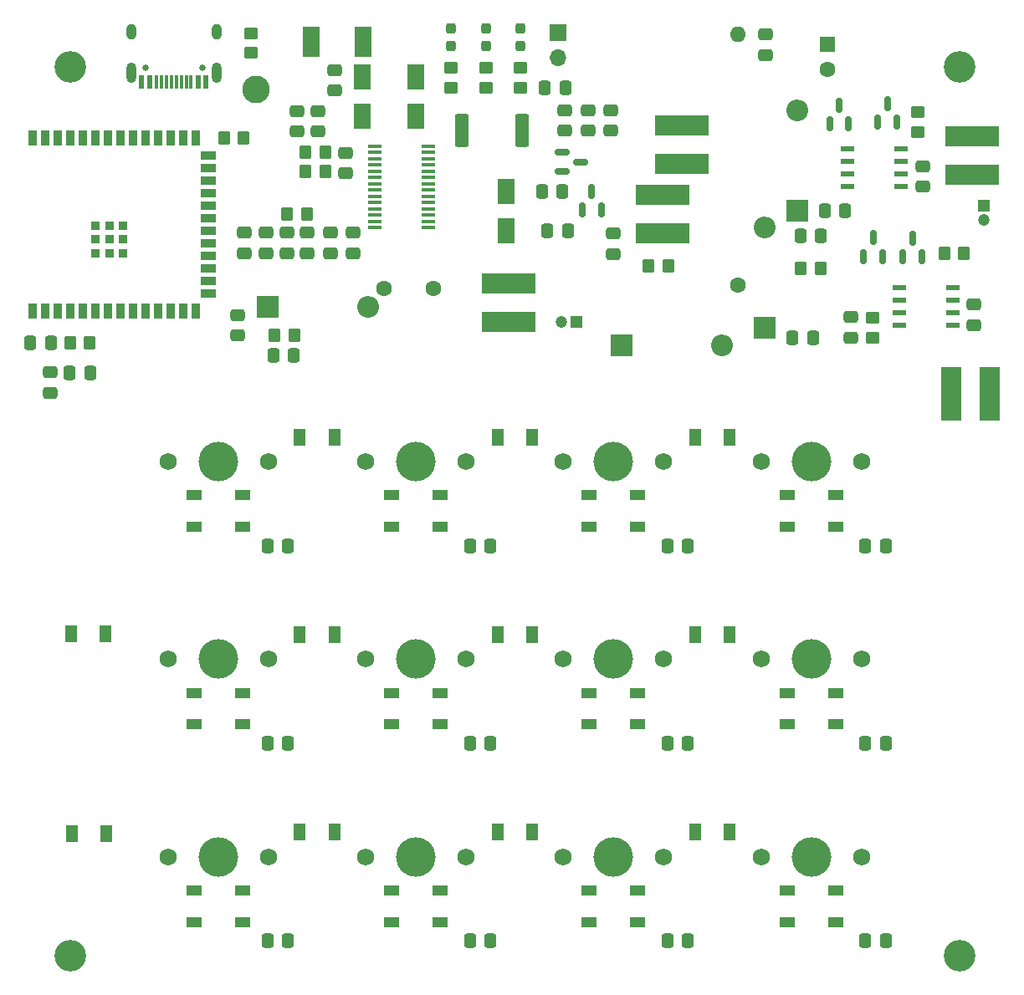
<source format=gbr>
%TF.GenerationSoftware,KiCad,Pcbnew,(6.0.0)*%
%TF.CreationDate,2022-04-12T23:44:40+02:00*%
%TF.ProjectId,keyboard_v1.0,6b657962-6f61-4726-945f-76312e302e6b,rev?*%
%TF.SameCoordinates,Original*%
%TF.FileFunction,Soldermask,Top*%
%TF.FilePolarity,Negative*%
%FSLAX46Y46*%
G04 Gerber Fmt 4.6, Leading zero omitted, Abs format (unit mm)*
G04 Created by KiCad (PCBNEW (6.0.0)) date 2022-04-12 23:44:40*
%MOMM*%
%LPD*%
G01*
G04 APERTURE LIST*
G04 Aperture macros list*
%AMRoundRect*
0 Rectangle with rounded corners*
0 $1 Rounding radius*
0 $2 $3 $4 $5 $6 $7 $8 $9 X,Y pos of 4 corners*
0 Add a 4 corners polygon primitive as box body*
4,1,4,$2,$3,$4,$5,$6,$7,$8,$9,$2,$3,0*
0 Add four circle primitives for the rounded corners*
1,1,$1+$1,$2,$3*
1,1,$1+$1,$4,$5*
1,1,$1+$1,$6,$7*
1,1,$1+$1,$8,$9*
0 Add four rect primitives between the rounded corners*
20,1,$1+$1,$2,$3,$4,$5,0*
20,1,$1+$1,$4,$5,$6,$7,0*
20,1,$1+$1,$6,$7,$8,$9,0*
20,1,$1+$1,$8,$9,$2,$3,0*%
G04 Aperture macros list end*
%ADD10C,3.200000*%
%ADD11RoundRect,0.250000X0.475000X-0.337500X0.475000X0.337500X-0.475000X0.337500X-0.475000X-0.337500X0*%
%ADD12R,1.500000X1.000000*%
%ADD13C,4.000000*%
%ADD14C,1.750000*%
%ADD15RoundRect,0.250000X-0.337500X-0.475000X0.337500X-0.475000X0.337500X0.475000X-0.337500X0.475000X0*%
%ADD16RoundRect,0.250000X0.350000X0.450000X-0.350000X0.450000X-0.350000X-0.450000X0.350000X-0.450000X0*%
%ADD17RoundRect,0.250000X-0.475000X0.337500X-0.475000X-0.337500X0.475000X-0.337500X0.475000X0.337500X0*%
%ADD18R,1.300000X1.700000*%
%ADD19RoundRect,0.250000X0.337500X0.475000X-0.337500X0.475000X-0.337500X-0.475000X0.337500X-0.475000X0*%
%ADD20C,0.650000*%
%ADD21R,0.600000X1.450000*%
%ADD22R,0.300000X1.450000*%
%ADD23O,1.000000X2.100000*%
%ADD24O,1.000000X1.600000*%
%ADD25R,2.150000X5.500000*%
%ADD26R,1.800000X2.500000*%
%ADD27RoundRect,0.250000X-0.350000X-0.450000X0.350000X-0.450000X0.350000X0.450000X-0.350000X0.450000X0*%
%ADD28RoundRect,0.150000X0.150000X-0.587500X0.150000X0.587500X-0.150000X0.587500X-0.150000X-0.587500X0*%
%ADD29RoundRect,0.250000X0.450000X-0.350000X0.450000X0.350000X-0.450000X0.350000X-0.450000X-0.350000X0*%
%ADD30R,0.900000X1.500000*%
%ADD31R,1.500000X0.900000*%
%ADD32C,0.600000*%
%ADD33R,0.900000X0.900000*%
%ADD34R,1.700000X1.700000*%
%ADD35O,1.700000X1.700000*%
%ADD36C,1.600000*%
%ADD37R,1.200000X1.200000*%
%ADD38C,1.200000*%
%ADD39RoundRect,0.250000X-0.450000X0.350000X-0.450000X-0.350000X0.450000X-0.350000X0.450000X0.350000X0*%
%ADD40RoundRect,0.237500X-0.237500X0.287500X-0.237500X-0.287500X0.237500X-0.287500X0.237500X0.287500X0*%
%ADD41R,2.200000X2.200000*%
%ADD42O,2.200000X2.200000*%
%ADD43C,2.800000*%
%ADD44R,1.460500X0.533400*%
%ADD45RoundRect,0.249999X-0.450001X-1.425001X0.450001X-1.425001X0.450001X1.425001X-0.450001X1.425001X0*%
%ADD46R,1.460500X0.355600*%
%ADD47R,5.500000X2.150000*%
%ADD48O,1.600000X1.600000*%
%ADD49R,1.600000X1.600000*%
%ADD50RoundRect,0.150000X-0.587500X-0.150000X0.587500X-0.150000X0.587500X0.150000X-0.587500X0.150000X0*%
%ADD51R,1.780000X3.150000*%
G04 APERTURE END LIST*
D10*
%TO.C,M3*%
X45000000Y-35000000D03*
%TD*%
%TO.C,M3*%
X45000000Y-125000000D03*
%TD*%
%TO.C,M3*%
X135000000Y-35000000D03*
%TD*%
%TO.C,M3*%
X135000000Y-125000000D03*
%TD*%
D11*
%TO.C,C38*%
X97467000Y-41472500D03*
X97467000Y-39397500D03*
%TD*%
D12*
%TO.C,D24*%
X102450000Y-121600000D03*
X102450000Y-118400000D03*
X97550000Y-118400000D03*
X97550000Y-121600000D03*
%TD*%
D13*
%TO.C,SW3*%
X60000000Y-115000000D03*
D14*
X54920000Y-115000000D03*
X65080000Y-115000000D03*
%TD*%
D15*
%TO.C,C1*%
X67037500Y-83500000D03*
X64962500Y-83500000D03*
%TD*%
D11*
%TO.C,C37*%
X95063000Y-41472500D03*
X95063000Y-39397500D03*
%TD*%
D15*
%TO.C,C11*%
X127537500Y-83500000D03*
X125462500Y-83500000D03*
%TD*%
D16*
%TO.C,R6*%
X68979000Y-49961000D03*
X66979000Y-49961000D03*
%TD*%
D17*
%TO.C,C22*%
X67981000Y-39479500D03*
X67981000Y-41554500D03*
%TD*%
D18*
%TO.C,D11*%
X111750000Y-92500000D03*
X108250000Y-92500000D03*
%TD*%
D15*
%TO.C,C7*%
X105462500Y-83500000D03*
X107537500Y-83500000D03*
%TD*%
D11*
%TO.C,C41*%
X136473000Y-61148500D03*
X136473000Y-59073500D03*
%TD*%
D19*
%TO.C,C3*%
X67037500Y-103500000D03*
X64962500Y-103500000D03*
%TD*%
D18*
%TO.C,D2*%
X48584000Y-92431000D03*
X45084000Y-92431000D03*
%TD*%
D15*
%TO.C,C33*%
X92747500Y-47599000D03*
X94822500Y-47599000D03*
%TD*%
D19*
%TO.C,C43*%
X120965500Y-52102000D03*
X118890500Y-52102000D03*
%TD*%
D20*
%TO.C,P1*%
X58390000Y-35100000D03*
X52610000Y-35100000D03*
D21*
X58750000Y-36545000D03*
X57950000Y-36545000D03*
D22*
X56750000Y-36545000D03*
X55750000Y-36545000D03*
X55250000Y-36545000D03*
X54250000Y-36545000D03*
D21*
X53050000Y-36545000D03*
X52250000Y-36545000D03*
X52250000Y-36545000D03*
X53050000Y-36545000D03*
D22*
X53750000Y-36545000D03*
X54750000Y-36545000D03*
X56250000Y-36545000D03*
X57250000Y-36545000D03*
D21*
X57950000Y-36545000D03*
X58750000Y-36545000D03*
D23*
X51180000Y-35630000D03*
D24*
X51180000Y-31450000D03*
X59820000Y-31450000D03*
D23*
X59820000Y-35630000D03*
%TD*%
D25*
%TO.C,L3*%
X138026000Y-68100000D03*
X134176000Y-68100000D03*
%TD*%
D12*
%TO.C,D21*%
X82450000Y-121600000D03*
X82450000Y-118400000D03*
X77550000Y-118400000D03*
X77550000Y-121600000D03*
%TD*%
D18*
%TO.C,D8*%
X88250000Y-92500000D03*
X91750000Y-92500000D03*
%TD*%
D26*
%TO.C,D13*%
X74604000Y-40000000D03*
X74604000Y-36000000D03*
%TD*%
D12*
%TO.C,D28*%
X122450000Y-121600000D03*
X122450000Y-118400000D03*
X117550000Y-118400000D03*
X117550000Y-121600000D03*
%TD*%
D27*
%TO.C,R32*%
X133469000Y-53889000D03*
X135469000Y-53889000D03*
%TD*%
D28*
%TO.C,Q4*%
X96853000Y-49484500D03*
X98753000Y-49484500D03*
X97803000Y-47609500D03*
%TD*%
D11*
%TO.C,C46*%
X131334000Y-47144350D03*
X131334000Y-45069350D03*
%TD*%
D29*
%TO.C,R10*%
X87081000Y-37118000D03*
X87081000Y-35118000D03*
%TD*%
D19*
%TO.C,C21*%
X47037500Y-66000000D03*
X44962500Y-66000000D03*
%TD*%
D12*
%TO.C,D22*%
X102450000Y-81600000D03*
X102450000Y-78400000D03*
X97550000Y-78400000D03*
X97550000Y-81600000D03*
%TD*%
D14*
%TO.C,SW1*%
X65080000Y-75000000D03*
X54920000Y-75000000D03*
D13*
X60000000Y-75000000D03*
%TD*%
D12*
%TO.C,D27*%
X117550000Y-98400000D03*
X117550000Y-101600000D03*
X122450000Y-101600000D03*
X122450000Y-98400000D03*
%TD*%
D18*
%TO.C,D7*%
X88250000Y-72500000D03*
X91750000Y-72500000D03*
%TD*%
D13*
%TO.C,SW8*%
X100000000Y-95000000D03*
D14*
X94920000Y-95000000D03*
X105080000Y-95000000D03*
%TD*%
D11*
%TO.C,C39*%
X99725000Y-41472500D03*
X99725000Y-39397500D03*
%TD*%
D17*
%TO.C,C27*%
X68969000Y-51821500D03*
X68969000Y-53896500D03*
%TD*%
D13*
%TO.C,SW6*%
X80000000Y-115000000D03*
D14*
X74920000Y-115000000D03*
X85080000Y-115000000D03*
%TD*%
D17*
%TO.C,C29*%
X71344000Y-51821500D03*
X71344000Y-53896500D03*
%TD*%
D19*
%TO.C,C10*%
X107537500Y-103500000D03*
X105462500Y-103500000D03*
%TD*%
D30*
%TO.C,ESP32*%
X41240000Y-59750000D03*
X42510000Y-59750000D03*
X43780000Y-59750000D03*
X45050000Y-59750000D03*
X46320000Y-59750000D03*
X47590000Y-59750000D03*
X48860000Y-59750000D03*
X50130000Y-59750000D03*
X51400000Y-59750000D03*
X52670000Y-59750000D03*
X53940000Y-59750000D03*
X55210000Y-59750000D03*
X56480000Y-59750000D03*
X57750000Y-59750000D03*
D31*
X59000000Y-57985000D03*
X59000000Y-56715000D03*
X59000000Y-55450000D03*
X59000000Y-54175000D03*
X59000000Y-52905000D03*
X59000000Y-51635000D03*
X59000000Y-50365000D03*
X59000000Y-49095000D03*
X59000000Y-47825000D03*
X59000000Y-46555000D03*
X59000000Y-45285000D03*
X59000000Y-44015000D03*
D30*
X57750000Y-42250000D03*
X56480000Y-42250000D03*
X55210000Y-42250000D03*
X53940000Y-42250000D03*
X52670000Y-42250000D03*
X51400000Y-42250000D03*
X50130000Y-42250000D03*
X48860000Y-42250000D03*
X47590000Y-42250000D03*
X46320000Y-42250000D03*
X45050000Y-42250000D03*
X43780000Y-42250000D03*
X42510000Y-42250000D03*
X41240000Y-42250000D03*
D32*
X47560000Y-52500000D03*
D33*
X48960000Y-51100000D03*
X48960000Y-53900000D03*
D32*
X47560000Y-51100000D03*
D33*
X50365000Y-53900000D03*
D32*
X48960000Y-51100000D03*
X50360000Y-52500000D03*
X50360000Y-53900000D03*
D33*
X48960000Y-52500000D03*
X47560000Y-53900000D03*
X50360000Y-52500000D03*
D32*
X50360000Y-51100000D03*
D33*
X47560000Y-51100000D03*
X50360000Y-51100000D03*
D32*
X48960000Y-52500000D03*
D33*
X47560000Y-52500000D03*
D32*
X47560000Y-53900000D03*
X48960000Y-53900000D03*
%TD*%
D14*
%TO.C,SW12*%
X114920000Y-115000000D03*
D13*
X120000000Y-115000000D03*
D14*
X125080000Y-115000000D03*
%TD*%
D27*
%TO.C,R8*%
X68804250Y-45634000D03*
X70804250Y-45634000D03*
%TD*%
D34*
%TO.C,BT1*%
X94420000Y-31543000D03*
D35*
X94420000Y-34083000D03*
%TD*%
D36*
%TO.C,TH1*%
X76735000Y-57485000D03*
X81735000Y-57485000D03*
%TD*%
D17*
%TO.C,C42*%
X124029000Y-60363500D03*
X124029000Y-62438500D03*
%TD*%
D37*
%TO.C,C44*%
X137510000Y-49035401D03*
D38*
X137510000Y-50535401D03*
%TD*%
D28*
%TO.C,Q2*%
X126747000Y-40589350D03*
X128647000Y-40589350D03*
X127697000Y-38714350D03*
%TD*%
D13*
%TO.C,SW7*%
X100000000Y-75000000D03*
D14*
X94920000Y-75000000D03*
X105080000Y-75000000D03*
%TD*%
D39*
%TO.C,R4*%
X63268000Y-31622000D03*
X63268000Y-33622000D03*
%TD*%
D17*
%TO.C,C26*%
X64798000Y-51821500D03*
X64798000Y-53896500D03*
%TD*%
D13*
%TO.C,SW5*%
X80000000Y-95000000D03*
D14*
X74920000Y-95000000D03*
X85080000Y-95000000D03*
%TD*%
D16*
%TO.C,R31*%
X120928000Y-55424000D03*
X118928000Y-55424000D03*
%TD*%
D12*
%TO.C,D26*%
X122450000Y-81600000D03*
X122450000Y-78400000D03*
X117550000Y-78400000D03*
X117550000Y-81600000D03*
%TD*%
%TO.C,D23*%
X97550000Y-98400000D03*
X97550000Y-101600000D03*
X102450000Y-101600000D03*
X102450000Y-98400000D03*
%TD*%
D39*
%TO.C,R30*%
X126231000Y-60431000D03*
X126231000Y-62431000D03*
%TD*%
D40*
%TO.C,D37*%
X87081000Y-31152000D03*
X87081000Y-32902000D03*
%TD*%
D12*
%TO.C,D19*%
X82450000Y-81600000D03*
X82450000Y-78400000D03*
X77550000Y-78400000D03*
X77550000Y-81600000D03*
%TD*%
D40*
%TO.C,D36*%
X83581000Y-31152000D03*
X83581000Y-32902000D03*
%TD*%
D41*
%TO.C,D40*%
X115251000Y-61440000D03*
D42*
X115251000Y-51280000D03*
%TD*%
D13*
%TO.C,SW9*%
X100000000Y-115000000D03*
D14*
X94920000Y-115000000D03*
X105080000Y-115000000D03*
%TD*%
D41*
%TO.C,D42*%
X118570000Y-49571850D03*
D42*
X118570000Y-39411850D03*
%TD*%
D43*
%TO.C,TP1*%
X63841000Y-37276000D03*
%TD*%
D28*
%TO.C,Q1*%
X125324000Y-54203500D03*
X127224000Y-54203500D03*
X126274000Y-52328500D03*
%TD*%
D14*
%TO.C,SW2*%
X54920000Y-95000000D03*
D13*
X60000000Y-95000000D03*
D14*
X65080000Y-95000000D03*
%TD*%
D18*
%TO.C,D4*%
X68250000Y-72500000D03*
X71750000Y-72500000D03*
%TD*%
D14*
%TO.C,SW4*%
X85080000Y-75000000D03*
D13*
X80000000Y-75000000D03*
D14*
X74920000Y-75000000D03*
%TD*%
D18*
%TO.C,D5*%
X68250000Y-92500000D03*
X71750000Y-92500000D03*
%TD*%
D12*
%TO.C,D17*%
X57550000Y-98400000D03*
X57550000Y-101600000D03*
X62450000Y-101600000D03*
X62450000Y-98400000D03*
%TD*%
D18*
%TO.C,D6*%
X68250000Y-112500000D03*
X71750000Y-112500000D03*
%TD*%
D40*
%TO.C,D38*%
X90581000Y-31152000D03*
X90581000Y-32902000D03*
%TD*%
D27*
%TO.C,R1*%
X60581000Y-42228000D03*
X62581000Y-42228000D03*
%TD*%
D44*
%TO.C,U2*%
X128918850Y-57376000D03*
X128918850Y-58646000D03*
X128918850Y-59916000D03*
X128918850Y-61186000D03*
X134367150Y-61186000D03*
X134367150Y-59916000D03*
X134367150Y-58646000D03*
X134367150Y-57376000D03*
%TD*%
D17*
%TO.C,C23*%
X62587000Y-51821500D03*
X62587000Y-53896500D03*
%TD*%
D45*
%TO.C,R12*%
X84643000Y-41439000D03*
X90743000Y-41439000D03*
%TD*%
D28*
%TO.C,Q1*%
X129290000Y-54269500D03*
X131190000Y-54269500D03*
X130240000Y-52394500D03*
%TD*%
D15*
%TO.C,C2*%
X64962500Y-123500000D03*
X67037500Y-123500000D03*
%TD*%
D46*
%TO.C,U1*%
X75794661Y-43058311D03*
X75794661Y-43693311D03*
X75794661Y-44328311D03*
X75794661Y-44963311D03*
X75794661Y-45598311D03*
X75794661Y-46233311D03*
X75794661Y-46868311D03*
X75794661Y-47503311D03*
X75794661Y-48138311D03*
X75794661Y-48773311D03*
X75794661Y-49408311D03*
X75794661Y-50043311D03*
X75794661Y-50678311D03*
X75794661Y-51313311D03*
X81242961Y-51313311D03*
X81242961Y-50678311D03*
X81242961Y-50043311D03*
X81242961Y-49408311D03*
X81242961Y-48773311D03*
X81242961Y-48138311D03*
X81242961Y-47503311D03*
X81242961Y-46868311D03*
X81242961Y-46233311D03*
X81242961Y-45598311D03*
X81242961Y-44963311D03*
X81242961Y-44328311D03*
X81242961Y-43693311D03*
X81242961Y-43058311D03*
%TD*%
D17*
%TO.C,C30*%
X73675000Y-51821500D03*
X73675000Y-53896500D03*
%TD*%
D39*
%TO.C,R35*%
X130754000Y-39622850D03*
X130754000Y-41622850D03*
%TD*%
D17*
%TO.C,C28*%
X72909250Y-43700500D03*
X72909250Y-45775500D03*
%TD*%
D47*
%TO.C,L1*%
X105002000Y-48006000D03*
X105002000Y-51856000D03*
%TD*%
D15*
%TO.C,C5*%
X85462500Y-123500000D03*
X87537500Y-123500000D03*
%TD*%
D16*
%TO.C,R33*%
X105513000Y-55186000D03*
X103513000Y-55186000D03*
%TD*%
D26*
%TO.C,D35*%
X80000000Y-40000000D03*
X80000000Y-36000000D03*
%TD*%
%TO.C,D39*%
X89123000Y-47601000D03*
X89123000Y-51601000D03*
%TD*%
D28*
%TO.C,Q2*%
X121869000Y-40793350D03*
X123769000Y-40793350D03*
X122819000Y-38918350D03*
%TD*%
D47*
%TO.C,L2*%
X136330000Y-42082000D03*
X136330000Y-45932000D03*
%TD*%
D19*
%TO.C,C20*%
X43037500Y-63000000D03*
X40962500Y-63000000D03*
%TD*%
D18*
%TO.C,D12*%
X108250000Y-112500000D03*
X111750000Y-112500000D03*
%TD*%
D44*
%TO.C,U3*%
X123677850Y-43317850D03*
X123677850Y-44587850D03*
X123677850Y-45857850D03*
X123677850Y-47127850D03*
X129126150Y-47127850D03*
X129126150Y-45857850D03*
X129126150Y-44587850D03*
X129126150Y-43317850D03*
%TD*%
D29*
%TO.C,R9*%
X90581000Y-37118000D03*
X90581000Y-35118000D03*
%TD*%
D36*
%TO.C,R13*%
X112560000Y-57105000D03*
D48*
X112560000Y-31705000D03*
%TD*%
D12*
%TO.C,D20*%
X77550000Y-98400000D03*
X77550000Y-101600000D03*
X82450000Y-101600000D03*
X82450000Y-98400000D03*
%TD*%
D27*
%TO.C,R5*%
X45000000Y-63000000D03*
X47000000Y-63000000D03*
%TD*%
D19*
%TO.C,C14*%
X127537500Y-103500000D03*
X125462500Y-103500000D03*
%TD*%
D11*
%TO.C,C50*%
X61922000Y-62227500D03*
X61922000Y-60152500D03*
%TD*%
D17*
%TO.C,C19*%
X43000000Y-65962500D03*
X43000000Y-68037500D03*
%TD*%
D18*
%TO.C,D9*%
X88250000Y-112500000D03*
X91750000Y-112500000D03*
%TD*%
D12*
%TO.C,D16*%
X57550000Y-81600000D03*
X57550000Y-78400000D03*
X62450000Y-78400000D03*
X62450000Y-81600000D03*
%TD*%
D17*
%TO.C,C25*%
X70108000Y-39479500D03*
X70108000Y-41554500D03*
%TD*%
D47*
%TO.C,L4*%
X106949000Y-40983000D03*
X106949000Y-44833000D03*
%TD*%
D29*
%TO.C,R11*%
X83581000Y-37118000D03*
X83581000Y-35118000D03*
%TD*%
D17*
%TO.C,C32*%
X115363000Y-31725500D03*
X115363000Y-33800500D03*
%TD*%
D14*
%TO.C,SW10*%
X114920000Y-75000000D03*
X125080000Y-75000000D03*
D13*
X120000000Y-75000000D03*
%TD*%
D49*
%TO.C,C40*%
X121605000Y-32745000D03*
D36*
X121605000Y-35245000D03*
%TD*%
D15*
%TO.C,C8*%
X105462500Y-123500000D03*
X107537500Y-123500000D03*
%TD*%
D50*
%TO.C,Q3*%
X94822500Y-43694000D03*
X94822500Y-45594000D03*
X96697500Y-44644000D03*
%TD*%
D17*
%TO.C,C24*%
X66972000Y-51821500D03*
X66972000Y-53896500D03*
%TD*%
D15*
%TO.C,C12*%
X125462500Y-123500000D03*
X127537500Y-123500000D03*
%TD*%
D51*
%TO.C,F1*%
X69385000Y-32500000D03*
X74615000Y-32500000D03*
%TD*%
D41*
%TO.C,D43*%
X64960000Y-59353000D03*
D42*
X75120000Y-59353000D03*
%TD*%
D14*
%TO.C,SW11*%
X125080000Y-95000000D03*
X114920000Y-95000000D03*
D13*
X120000000Y-95000000D03*
%TD*%
D17*
%TO.C,C34*%
X99969000Y-51891500D03*
X99969000Y-53966500D03*
%TD*%
D15*
%TO.C,C35*%
X93299500Y-51580000D03*
X95374500Y-51580000D03*
%TD*%
D18*
%TO.C,D3*%
X45165000Y-112640000D03*
X48665000Y-112640000D03*
%TD*%
D15*
%TO.C,C4*%
X85462500Y-83500000D03*
X87537500Y-83500000D03*
%TD*%
D19*
%TO.C,C6*%
X87537500Y-103500000D03*
X85462500Y-103500000D03*
%TD*%
%TO.C,C48*%
X67665500Y-64244000D03*
X65590500Y-64244000D03*
%TD*%
D16*
%TO.C,R34*%
X67684000Y-62210000D03*
X65684000Y-62210000D03*
%TD*%
D15*
%TO.C,C31*%
X93056500Y-37123000D03*
X95131500Y-37123000D03*
%TD*%
D38*
%TO.C,C49*%
X94745000Y-60801000D03*
D37*
X96245000Y-60801000D03*
%TD*%
D15*
%TO.C,C47*%
X121367500Y-49605850D03*
X123442500Y-49605850D03*
%TD*%
D16*
%TO.C,R7*%
X70804250Y-43698000D03*
X68804250Y-43698000D03*
%TD*%
D12*
%TO.C,D18*%
X62450000Y-121600000D03*
X62450000Y-118400000D03*
X57550000Y-118400000D03*
X57550000Y-121600000D03*
%TD*%
D18*
%TO.C,D10*%
X108250000Y-72500000D03*
X111750000Y-72500000D03*
%TD*%
D47*
%TO.C,L5*%
X89388000Y-60811000D03*
X89388000Y-56961000D03*
%TD*%
D15*
%TO.C,C45*%
X118105500Y-62437000D03*
X120180500Y-62437000D03*
%TD*%
D11*
%TO.C,C36*%
X71783000Y-37420500D03*
X71783000Y-35345500D03*
%TD*%
D41*
%TO.C,D41*%
X100779000Y-63195000D03*
D42*
X110939000Y-63195000D03*
%TD*%
M02*

</source>
